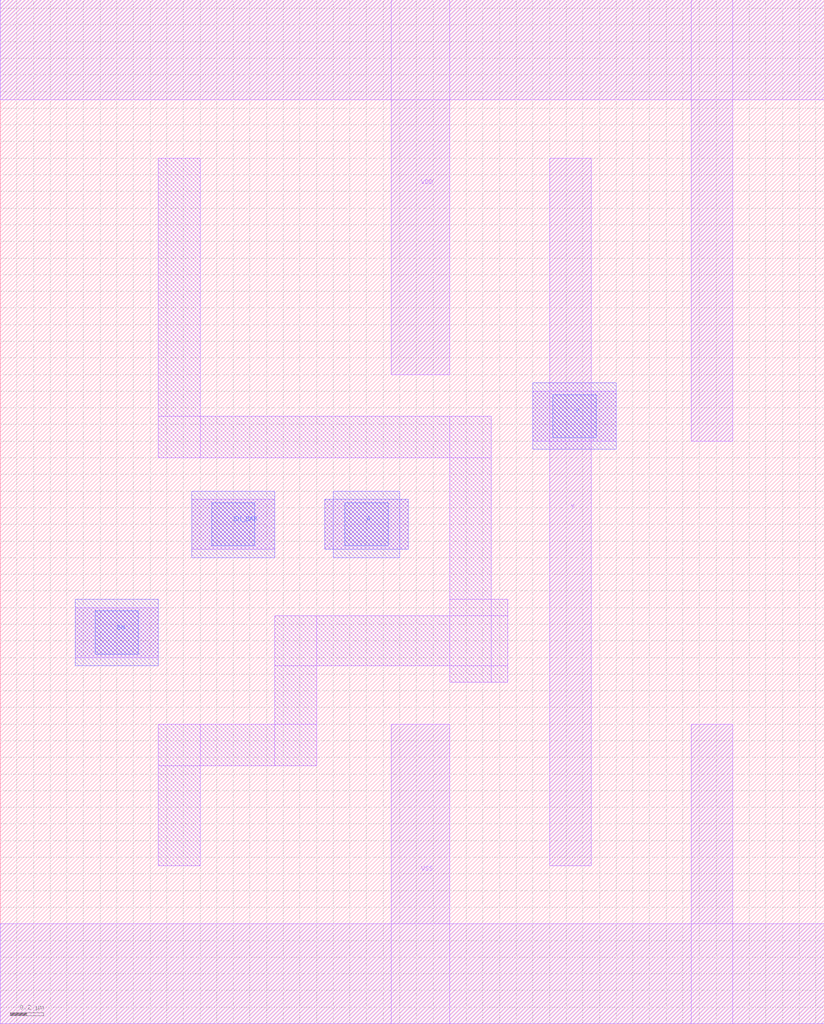
<source format=lef>
# Copyright 2022 Google LLC
# Licensed under the Apache License, Version 2.0 (the "License");
# you may not use this file except in compliance with the License.
# You may obtain a copy of the License at
#
#      http://www.apache.org/licenses/LICENSE-2.0
#
# Unless required by applicable law or agreed to in writing, software
# distributed under the License is distributed on an "AS IS" BASIS,
# WITHOUT WARRANTIES OR CONDITIONS OF ANY KIND, either express or implied.
# See the License for the specific language governing permissions and
# limitations under the License.
VERSION 5.7 ;
BUSBITCHARS "[]" ;
DIVIDERCHAR "/" ;

MACRO gf180mcu_osu_sc_gp9t3v3__tbuf_2
  CLASS CORE ;
  ORIGIN 0 0 ;
  FOREIGN gf180mcu_osu_sc_gp9t3v3__tbuf_2 0 0 ;
  SIZE 4.95 BY 6.15 ;
  SYMMETRY X Y ;
  SITE GF180_3p3_12t ;
  PIN VDD
    DIRECTION INOUT ;
    USE POWER ;
    SHAPE ABUTMENT ;
    PORT
      LAYER MET1 ;
        RECT 0 5.55 4.95 6.15 ;
        RECT 4.15 3.5 4.4 6.15 ;
        RECT 2.35 3.9 2.7 6.15 ;
    END
  END VDD
  PIN VSS
    DIRECTION INOUT ;
    USE GROUND ;
    PORT
      LAYER MET1 ;
        RECT 0 0 4.95 0.6 ;
        RECT 4.15 0 4.4 1.8 ;
        RECT 2.35 0 2.7 1.8 ;
    END
  END VSS
  PIN A
    DIRECTION INPUT ;
    USE SIGNAL ;
    PORT
      LAYER MET1 ;
        RECT 1.95 2.85 2.45 3.15 ;
      LAYER MET2 ;
        RECT 1.95 2.85 2.45 3.15 ;
        RECT 2 2.8 2.4 3.2 ;
      LAYER VIA12 ;
        RECT 2.07 2.87 2.33 3.13 ;
    END
  END A
  PIN EN
    DIRECTION INPUT ;
    USE SIGNAL ;
    PORT
      LAYER MET1 ;
        RECT 0.45 2.2 0.95 2.5 ;
      LAYER MET2 ;
        RECT 0.45 2.15 0.95 2.55 ;
      LAYER VIA12 ;
        RECT 0.57 2.22 0.83 2.48 ;
    END
  END EN
  PIN EN_BAR
    DIRECTION INPUT ;
    USE SIGNAL ;
    PORT
      LAYER MET1 ;
        RECT 1.15 2.85 1.65 3.15 ;
      LAYER MET2 ;
        RECT 1.15 2.8 1.65 3.2 ;
      LAYER VIA12 ;
        RECT 1.27 2.87 1.53 3.13 ;
    END
  END EN_BAR
  PIN Y
    DIRECTION OUTPUT ;
    USE SIGNAL ;
    PORT
      LAYER MET1 ;
        RECT 3.2 3.5 3.7 3.8 ;
        RECT 3.3 0.95 3.55 5.2 ;
      LAYER MET2 ;
        RECT 3.2 3.45 3.7 3.85 ;
      LAYER VIA12 ;
        RECT 3.32 3.52 3.58 3.78 ;
    END
  END Y
  OBS
    LAYER MET1 ;
      RECT 0.95 3.4 1.2 5.2 ;
      RECT 0.95 3.4 2.95 3.65 ;
      RECT 2.7 2.05 2.95 3.65 ;
      RECT 2.7 2.05 3.05 2.55 ;
      RECT 1.65 2.15 3.05 2.45 ;
      RECT 1.65 1.55 1.9 2.45 ;
      RECT 0.95 1.55 1.9 1.8 ;
      RECT 0.95 0.95 1.2 1.8 ;
  END
END gf180mcu_osu_sc_gp9t3v3__tbuf_2

</source>
